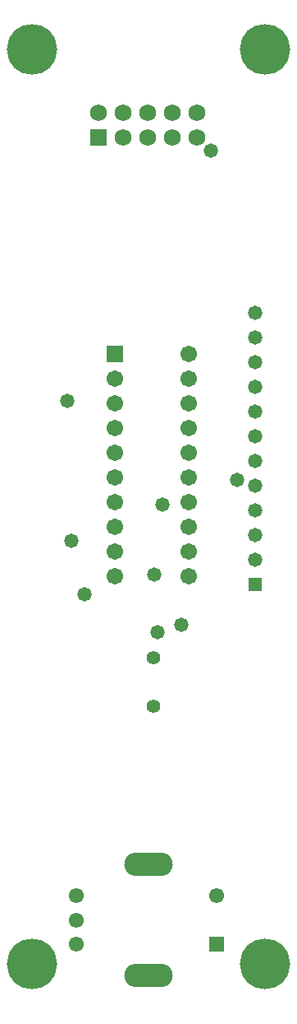
<source format=gbr>
%TF.GenerationSoftware,Altium Limited,Altium Designer,24.3.1 (35)*%
G04 Layer_Color=16711935*
%FSLAX45Y45*%
%MOMM*%
%TF.SameCoordinates,0FFCB549-CC09-4AA2-A398-349E3E2AD51F*%
%TF.FilePolarity,Negative*%
%TF.FileFunction,Soldermask,Bot*%
%TF.Part,Single*%
G01*
G75*
%TA.AperFunction,ComponentPad*%
%ADD14C,1.55000*%
G04:AMPARAMS|DCode=21|XSize=2.4mm|YSize=5mm|CornerRadius=1.2mm|HoleSize=0mm|Usage=FLASHONLY|Rotation=90.000|XOffset=0mm|YOffset=0mm|HoleType=Round|Shape=RoundedRectangle|*
%AMROUNDEDRECTD21*
21,1,2.40000,2.60000,0,0,90.0*
21,1,0.00000,5.00000,0,0,90.0*
1,1,2.40000,1.30000,0.00000*
1,1,2.40000,1.30000,0.00000*
1,1,2.40000,-1.30000,0.00000*
1,1,2.40000,-1.30000,0.00000*
%
%ADD21ROUNDEDRECTD21*%
%ADD22R,1.55000X1.55000*%
%TA.AperFunction,ViaPad*%
%ADD31C,5.20320*%
%TA.AperFunction,ComponentPad*%
%ADD32C,1.75320*%
%ADD33R,1.75320X1.75320*%
%ADD34C,1.47320*%
%ADD35R,1.47320X1.47320*%
%ADD36R,1.70320X1.70320*%
%ADD37C,1.70320*%
%ADD38C,1.40320*%
%TA.AperFunction,ViaPad*%
%ADD39C,1.47320*%
D14*
X750001Y999999D02*
D03*
Y750002D02*
D03*
Y500000D02*
D03*
X2200001Y999999D02*
D03*
D21*
X1500002Y1319998D02*
D03*
Y180001D02*
D03*
D22*
X2200001Y500000D02*
D03*
D31*
X300000Y300000D02*
D03*
X2700000D02*
D03*
Y9700002D02*
D03*
X300000D02*
D03*
D32*
X2000001Y9050001D02*
D03*
X1746001D02*
D03*
X1492001D02*
D03*
X1238001D02*
D03*
X984001D02*
D03*
X2000001Y8796001D02*
D03*
X1746001D02*
D03*
X1492001D02*
D03*
X1238001D02*
D03*
D33*
X984001D02*
D03*
D34*
X2600000Y5469998D02*
D03*
Y6993998D02*
D03*
Y6739998D02*
D03*
Y6485998D02*
D03*
Y6231998D02*
D03*
Y5977998D02*
D03*
Y5723998D02*
D03*
Y5215998D02*
D03*
Y4961998D02*
D03*
Y4707998D02*
D03*
Y4453998D02*
D03*
D35*
Y4199998D02*
D03*
D36*
X1150000Y6573999D02*
D03*
D37*
Y6319999D02*
D03*
Y6065999D02*
D03*
Y5811999D02*
D03*
Y5557999D02*
D03*
Y5303999D02*
D03*
Y5049999D02*
D03*
Y4795999D02*
D03*
Y4541999D02*
D03*
Y4287999D02*
D03*
X1912000Y6573999D02*
D03*
Y6319999D02*
D03*
Y6065999D02*
D03*
Y5811999D02*
D03*
Y5557999D02*
D03*
Y5303999D02*
D03*
Y5049999D02*
D03*
Y4795999D02*
D03*
Y4541999D02*
D03*
Y4287999D02*
D03*
D38*
X1550000Y2950003D02*
D03*
Y3450002D02*
D03*
D39*
X700000Y4650000D02*
D03*
X662498Y6086496D02*
D03*
X1588760Y3707380D02*
D03*
X1560820Y4301740D02*
D03*
X1642100Y5023100D02*
D03*
X837499Y4099002D02*
D03*
X1835140Y3786120D02*
D03*
X2416800Y5279640D02*
D03*
X2139940Y8662920D02*
D03*
%TF.MD5,dba0ce0bf5a5bdd8ea3ce63658e680d9*%
M02*

</source>
